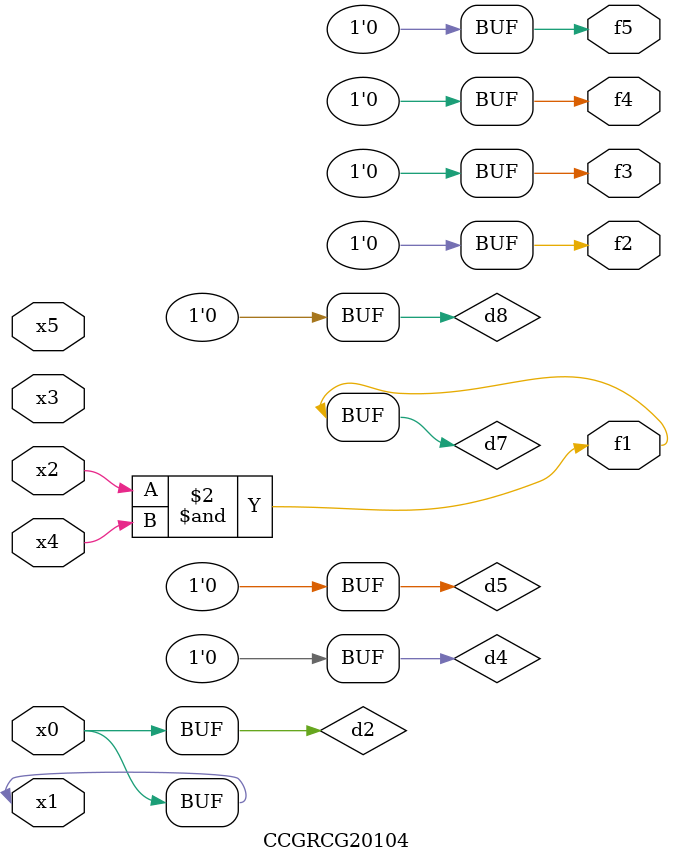
<source format=v>
module CCGRCG20104(
	input x0, x1, x2, x3, x4, x5,
	output f1, f2, f3, f4, f5
);

	wire d1, d2, d3, d4, d5, d6, d7, d8, d9;

	nand (d1, x1);
	buf (d2, x0, x1);
	nand (d3, x2, x4);
	and (d4, d1, d2);
	and (d5, d1, d2);
	nand (d6, d1, d3);
	not (d7, d3);
	xor (d8, d5);
	nor (d9, d5, d6);
	assign f1 = d7;
	assign f2 = d8;
	assign f3 = d8;
	assign f4 = d8;
	assign f5 = d8;
endmodule

</source>
